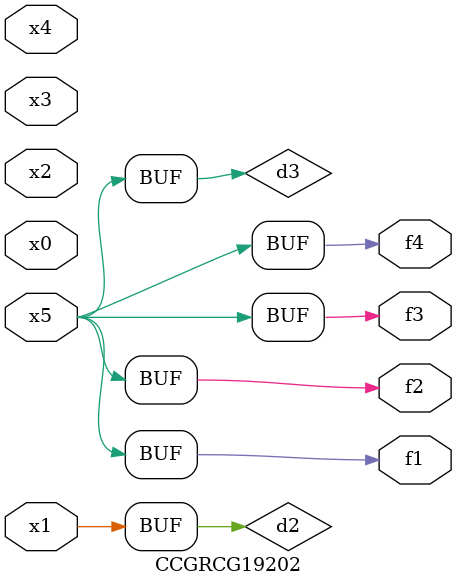
<source format=v>
module CCGRCG19202(
	input x0, x1, x2, x3, x4, x5,
	output f1, f2, f3, f4
);

	wire d1, d2, d3;

	not (d1, x5);
	or (d2, x1);
	xnor (d3, d1);
	assign f1 = d3;
	assign f2 = d3;
	assign f3 = d3;
	assign f4 = d3;
endmodule

</source>
